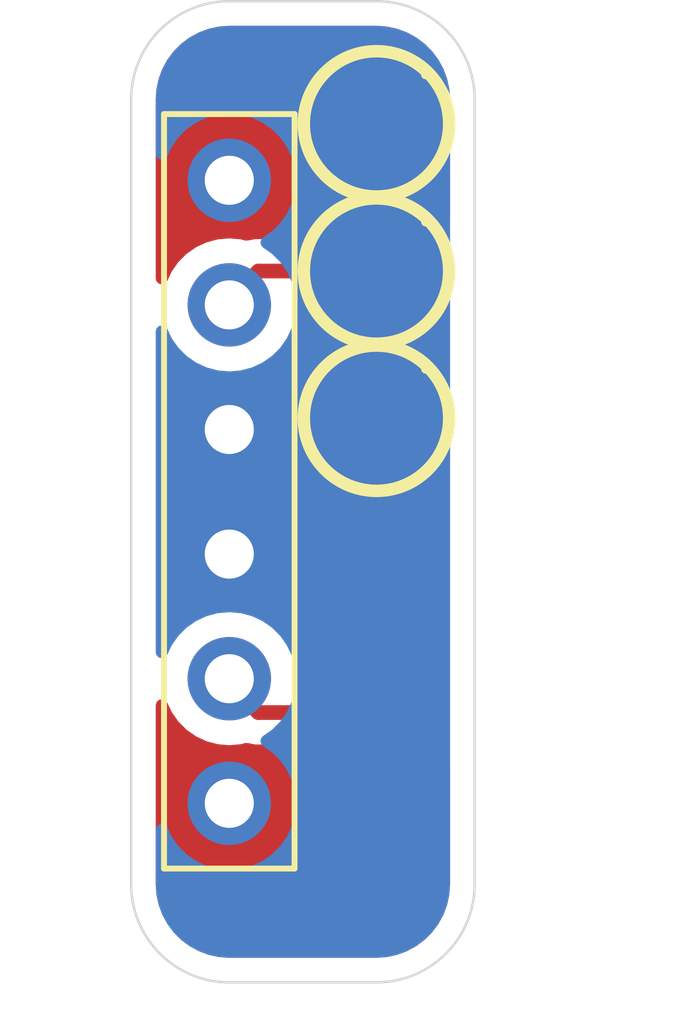
<source format=kicad_pcb>
(kicad_pcb (version 20240108) (generator "pcbnew") (generator_version "8.0")
  (layers (0 "F.Cu" signal) (31 "B.Cu" signal) (34 "B.Paste" user) (35 "F.Paste" user) (36 "B.SilkS" user "B.Silkscreen") (37 "F.SilkS" user "F.Silkscreen") (38 "B.Mask" user) (39 "F.Mask" user) (44 "Edge.Cuts" user))
  (net 0 "")
  (net 1 "GND")
  (net 2 "/Data1")
  (net 3 "/Data2")
  (net 4 "+5V")
  (footprint "CustomFootprints:Connector_PinHeader_2.54mm_Vertical" (layer "F.Cu") (at 126.77 95)
    (property "Reference" "J2" (hide yes))
    (property "Value" "Conn_01x06")
    (fp_line (start -1.33 -7.7) (end -1.33 7.68) (stroke (width 0.12)) (layer "F.SilkS"))
    (fp_line (start -1.33 -7.7) (end 1.33 -7.7) (stroke (width 0.12)) (layer "F.SilkS"))
    (fp_line (start -1.33 7.68) (end 1.33 7.68) (stroke (width 0.12)) (layer "F.SilkS"))
    (fp_line (start 1.33 -7.7) (end 1.33 7.68) (stroke (width 0.12)) (layer "F.SilkS"))
    (pad "1" thru_hole circle (at 0 -6.35) (size 1.7 1.7) (drill 1) (layers "*.Cu" "*.Mask" "In1.Cu" "In2.Cu" "In3.Cu" "In4.Cu" "In5.Cu" "In6.Cu" "In7.Cu" "In8.Cu" "In9.Cu" "In10.Cu" "In11.Cu" "In12.Cu" "In13.Cu" "In14.Cu" "In15.Cu" "In16.Cu" "In17.Cu" "In18.Cu" "In19.Cu" "In20.Cu" "In21.Cu" "In22.Cu" "In23.Cu" "In24.Cu" "In25.Cu" "In26.Cu" "In27.Cu" "In28.Cu" "In29.Cu" "In30.Cu") (net 4 "+5V"))
    (pad "2" thru_hole oval (at 0 -3.81) (size 1.7 1.7) (drill 1) (layers "*.Cu" "*.Mask" "In1.Cu" "In2.Cu" "In3.Cu" "In4.Cu" "In5.Cu" "In6.Cu" "In7.Cu" "In8.Cu" "In9.Cu" "In10.Cu" "In11.Cu" "In12.Cu" "In13.Cu" "In14.Cu" "In15.Cu" "In16.Cu" "In17.Cu" "In18.Cu" "In19.Cu" "In20.Cu" "In21.Cu" "In22.Cu" "In23.Cu" "In24.Cu" "In25.Cu" "In26.Cu" "In27.Cu" "In28.Cu" "In29.Cu" "In30.Cu") (net 2 "/Data1"))
    (pad "3" thru_hole rect (at 0 -1.27) (size 1.7 1.7) (drill 1) (layers "*.Cu" "*.Mask" "In1.Cu" "In2.Cu" "In3.Cu" "In4.Cu" "In5.Cu" "In6.Cu" "In7.Cu" "In8.Cu" "In9.Cu" "In10.Cu" "In11.Cu" "In12.Cu" "In13.Cu" "In14.Cu" "In15.Cu" "In16.Cu" "In17.Cu" "In18.Cu" "In19.Cu" "In20.Cu" "In21.Cu" "In22.Cu" "In23.Cu" "In24.Cu" "In25.Cu" "In26.Cu" "In27.Cu" "In28.Cu" "In29.Cu" "In30.Cu") (net 1 "GND"))
    (pad "4" thru_hole rect (at 0 1.27) (size 1.7 1.7) (drill 1) (layers "*.Cu" "*.Mask" "In1.Cu" "In2.Cu" "In3.Cu" "In4.Cu" "In5.Cu" "In6.Cu" "In7.Cu" "In8.Cu" "In9.Cu" "In10.Cu" "In11.Cu" "In12.Cu" "In13.Cu" "In14.Cu" "In15.Cu" "In16.Cu" "In17.Cu" "In18.Cu" "In19.Cu" "In20.Cu" "In21.Cu" "In22.Cu" "In23.Cu" "In24.Cu" "In25.Cu" "In26.Cu" "In27.Cu" "In28.Cu" "In29.Cu" "In30.Cu") (net 1 "GND"))
    (pad "5" thru_hole oval (at 0 3.81) (size 1.7 1.7) (drill 1) (layers "*.Cu" "*.Mask" "In1.Cu" "In2.Cu" "In3.Cu" "In4.Cu" "In5.Cu" "In6.Cu" "In7.Cu" "In8.Cu" "In9.Cu" "In10.Cu" "In11.Cu" "In12.Cu" "In13.Cu" "In14.Cu" "In15.Cu" "In16.Cu" "In17.Cu" "In18.Cu" "In19.Cu" "In20.Cu" "In21.Cu" "In22.Cu" "In23.Cu" "In24.Cu" "In25.Cu" "In26.Cu" "In27.Cu" "In28.Cu" "In29.Cu" "In30.Cu") (net 3 "/Data2"))
    (pad "6" thru_hole oval (at 0 6.35) (size 1.7 1.7) (drill 1) (layers "*.Cu" "*.Mask" "In1.Cu" "In2.Cu" "In3.Cu" "In4.Cu" "In5.Cu" "In6.Cu" "In7.Cu" "In8.Cu" "In9.Cu" "In10.Cu" "In11.Cu" "In12.Cu" "In13.Cu" "In14.Cu" "In15.Cu" "In16.Cu" "In17.Cu" "In18.Cu" "In19.Cu" "In20.Cu" "In21.Cu" "In22.Cu" "In23.Cu" "In24.Cu" "In25.Cu" "In26.Cu" "In27.Cu" "In28.Cu" "In29.Cu" "In30.Cu") (net 4 "+5V"))
  )
  (footprint "CustomFootprints:PogoPinPad" (layer "F.Cu") (at 129.77 99.5)
    (property "Reference" "J3" (hide yes))
    (property "Value" "PogoPinPad")
    (pad "1" smd circle (at 0 0) (size 2.3 2.3) (layers "F.Cu" "F.Paste" "F.Mask") (net 3 "/Data2"))
  )
  (footprint "CustomFootprints:PogoPin" (layer "F.Cu") (at 129.77 93.5)
    (property "Reference" "U3" (hide yes))
    (property "Value" "PogoPin")
    (fp_circle (center 0 0) (end 1.481077 0) (stroke (width 0.254)) (fill none) (layer "F.SilkS"))
    (fp_circle (center 1 -1) (end 1.029972 -1) (stroke (width 0.059995)) (fill none) (layer "F.SilkS"))
    (pad "1" smd circle (at 0 0) (size 2.3 2.3) (layers "F.Cu" "F.Paste" "F.Mask") (net 1 "GND"))
  )
  (footprint "CustomFootprints:PogoPin" (layer "F.Cu") (at 129.77 90.5)
    (property "Reference" "U2" (hide yes))
    (property "Value" "PogoPin")
    (fp_circle (center 0 0) (end 1.481077 0) (stroke (width 0.254)) (fill none) (layer "F.SilkS"))
    (fp_circle (center 1 -1) (end 1.029972 -1) (stroke (width 0.059995)) (fill none) (layer "F.SilkS"))
    (pad "1" smd circle (at 0 0) (size 2.3 2.3) (layers "F.Cu" "F.Paste" "F.Mask") (net 2 "/Data1"))
  )
  (footprint "CustomFootprints:PogoPinPad" (layer "F.Cu") (at 129.77 96.5)
    (property "Reference" "J1" (hide yes))
    (property "Value" "PogoPinPad")
    (pad "1" smd circle (at 0 0) (size 2.3 2.3) (layers "F.Cu" "F.Paste" "F.Mask") (net 1 "GND"))
  )
  (footprint "CustomFootprints:PogoPin" (layer "F.Cu") (at 129.77 87.5)
    (property "Reference" "U1" (hide yes))
    (property "Value" "PogoPin")
    (fp_circle (center 0 0) (end 1.481077 0) (stroke (width 0.254)) (fill none) (layer "F.SilkS"))
    (fp_circle (center 1 -1) (end 1.029972 -1) (stroke (width 0.059995)) (fill none) (layer "F.SilkS"))
    (pad "1" smd circle (at 0 0) (size 2.3 2.3) (layers "F.Cu" "F.Paste" "F.Mask") (net 4 "+5V"))
  )
  (footprint "CustomFootprints:PogoPinPad" (layer "F.Cu") (at 129.77 102.5)
    (property "Reference" "J4" (hide yes))
    (property "Value" "PogoPinPad")
    (pad "1" smd circle (at 0 0) (size 2.3 2.3) (layers "F.Cu" "F.Paste" "F.Mask") (net 4 "+5V"))
  )
  (gr_line (start 124.77 103) (end 124.77 87) (stroke (width 0.05)) (layer "Edge.Cuts"))
  (gr_arc (start 126.77 105) (mid 125.355786 104.414214) (end 124.77 103) (stroke (width 0.05)) (layer "Edge.Cuts"))
  (gr_line (start 129.77 105) (end 126.77 105) (stroke (width 0.05)) (layer "Edge.Cuts"))
  (gr_line (start 131.77 87) (end 131.77 103) (stroke (width 0.05)) (layer "Edge.Cuts"))
  (gr_arc (start 131.77 103) (mid 131.184214 104.414214) (end 129.77 105) (stroke (width 0.05)) (layer "Edge.Cuts"))
  (gr_arc (start 129.77 85) (mid 131.184214 85.585786) (end 131.77 87) (stroke (width 0.05)) (layer "Edge.Cuts"))
  (gr_line (start 126.77 85) (end 129.77 85) (stroke (width 0.05)) (layer "Edge.Cuts"))
  (gr_arc (start 124.77 87) (mid 125.355786 85.585786) (end 126.77 85) (stroke (width 0.05)) (layer "Edge.Cuts"))
  (segment (start 126.67 93.73) (end 129.54 93.73) (width 0.5) (layer "F.Cu") (net 1))
  (segment (start 129.54 93.73) (end 129.77 93.5) (width 0.5) (layer "F.Cu") (net 1))
  (segment (start 126.67 96.27) (end 129.54 96.27) (width 0.5) (layer "F.Cu") (net 1))
  (segment (start 129.54 96.27) (end 129.77 96.5) (width 0.5) (layer "F.Cu") (net 1))
  (segment (start 127.36 90.5) (end 126.67 91.19) (width 0.3) (layer "F.Cu") (net 2))
  (segment (start 129.77 90.5) (end 127.36 90.5) (width 0.3) (layer "F.Cu") (net 2))
  (segment (start 129.77 99.5) (end 127.36 99.5) (width 0.3) (layer "F.Cu") (net 3))
  (segment (start 127.36 99.5) (end 126.67 98.81) (width 0.3) (layer "F.Cu") (net 3))
  (segment (start 127.82 102.5) (end 126.67 101.35) (width 0.5) (layer "F.Cu") (net 4))
  (segment (start 129.77 87.5) (end 127.82 87.5) (width 0.5) (layer "F.Cu") (net 4))
  (segment (start 127.82 87.5) (end 126.67 88.65) (width 0.5) (layer "F.Cu") (net 4))
  (segment (start 129.77 102.5) (end 127.82 102.5) (width 0.5) (layer "F.Cu") (net 4))
  (zone (net 4) (net_name "+5V") (layer "F.Cu") (connect_pads yes (clearance 0.5)) (min_thickness 0.25) (fill yes (thermal_gap 0.5) (thermal_bridge_width 0.5))
    (polygon (pts (xy 124.77 85) (xy 131.77 85) (xy 131.77 105) (xy 124.77 105)))
  )
  (zone (net 1) (net_name "GND") (layer "B.Cu") (priority 1) (connect_pads yes (clearance 0.5)) (min_thickness 0.25) (fill yes (thermal_gap 0.5) (thermal_bridge_width 0.5))
    (polygon (pts (xy 124.77 85) (xy 131.77 85) (xy 131.77 105) (xy 124.77 105)))
  )
)
</source>
